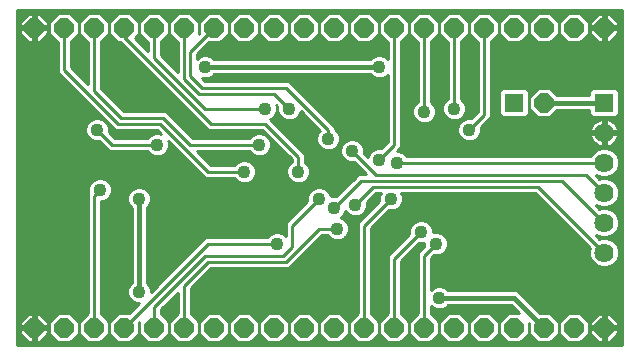
<source format=gbl>
G75*
G70*
%OFA0B0*%
%FSLAX24Y24*%
%IPPOS*%
%LPD*%
%AMOC8*
5,1,8,0,0,1.08239X$1,22.5*
%
%ADD10OC8,0.0640*%
%ADD11R,0.0640X0.0640*%
%ADD12C,0.0640*%
%ADD13C,0.0100*%
%ADD14C,0.0436*%
%ADD15C,0.0160*%
D10*
X001181Y001968D03*
X002181Y001968D03*
X003181Y001968D03*
X004181Y001968D03*
X005181Y001968D03*
X006181Y001968D03*
X007181Y001968D03*
X008181Y001968D03*
X009181Y001968D03*
X010181Y001968D03*
X011181Y001968D03*
X012181Y001968D03*
X013181Y001968D03*
X014181Y001968D03*
X015181Y001968D03*
X016181Y001968D03*
X017181Y001968D03*
X018181Y001968D03*
X019181Y001968D03*
X020181Y001968D03*
X018181Y009468D03*
X018181Y011968D03*
X019181Y011968D03*
X020181Y011968D03*
X017181Y011968D03*
X016181Y011968D03*
X015181Y011968D03*
X014181Y011968D03*
X013181Y011968D03*
X012181Y011968D03*
X011181Y011968D03*
X010181Y011968D03*
X009181Y011968D03*
X008181Y011968D03*
X007181Y011968D03*
X006181Y011968D03*
X005181Y011968D03*
X004181Y011968D03*
X003181Y011968D03*
X002181Y011968D03*
X001181Y011968D03*
D11*
X017181Y009468D03*
X020181Y009468D03*
D12*
X020181Y008468D03*
X020181Y007468D03*
X020181Y006468D03*
X020181Y005468D03*
X020181Y004468D03*
D13*
X000601Y001388D02*
X000601Y012548D01*
X020761Y012548D01*
X020761Y001388D01*
X000601Y001388D01*
X000601Y001460D02*
X020761Y001460D01*
X020761Y001559D02*
X020437Y001559D01*
X020376Y001498D02*
X020651Y001773D01*
X020651Y001918D01*
X020232Y001918D01*
X020232Y002017D01*
X020651Y002017D01*
X020651Y002162D01*
X020376Y002438D01*
X020231Y002437D01*
X020231Y002018D01*
X020131Y002018D01*
X020131Y002438D01*
X019987Y002438D01*
X019711Y002162D01*
X019711Y002017D01*
X020131Y002017D01*
X020131Y001918D01*
X019711Y001918D01*
X019711Y001773D01*
X019987Y001498D01*
X020131Y001498D01*
X020131Y001917D01*
X020231Y001917D01*
X020231Y001498D01*
X020376Y001498D01*
X020231Y001559D02*
X020131Y001559D01*
X020131Y001657D02*
X020231Y001657D01*
X020231Y001756D02*
X020131Y001756D01*
X020131Y001854D02*
X020231Y001854D01*
X020232Y001953D02*
X020761Y001953D01*
X020761Y001854D02*
X020651Y001854D01*
X020634Y001756D02*
X020761Y001756D01*
X020761Y001657D02*
X020536Y001657D01*
X020131Y001953D02*
X019671Y001953D01*
X019671Y001854D02*
X019711Y001854D01*
X019671Y001765D02*
X019384Y001478D01*
X018978Y001478D01*
X018691Y001765D01*
X018691Y002170D01*
X018978Y002458D01*
X019384Y002458D01*
X019671Y002170D01*
X019671Y001765D01*
X019663Y001756D02*
X019728Y001756D01*
X019827Y001657D02*
X019564Y001657D01*
X019466Y001559D02*
X019925Y001559D01*
X020131Y002052D02*
X020231Y002052D01*
X020231Y002150D02*
X020131Y002150D01*
X020131Y002249D02*
X020231Y002249D01*
X020231Y002347D02*
X020131Y002347D01*
X019896Y002347D02*
X019495Y002347D01*
X019593Y002249D02*
X019798Y002249D01*
X019711Y002150D02*
X019671Y002150D01*
X019671Y002052D02*
X019711Y002052D01*
X019396Y002446D02*
X020761Y002446D01*
X020761Y002544D02*
X017958Y002544D01*
X018045Y002458D02*
X017323Y003179D01*
X017231Y003218D01*
X017132Y003218D01*
X014980Y003218D01*
X014901Y003297D01*
X014759Y003356D01*
X014604Y003356D01*
X014462Y003297D01*
X014401Y003236D01*
X014401Y004276D01*
X014504Y004379D01*
X014659Y004379D01*
X014801Y004439D01*
X014910Y004548D01*
X014969Y004690D01*
X014969Y004845D01*
X014910Y004987D01*
X014801Y005097D01*
X014659Y005156D01*
X014504Y005156D01*
X014469Y005141D01*
X014469Y005245D01*
X014410Y005387D01*
X014301Y005497D01*
X014159Y005556D01*
X014004Y005556D01*
X013862Y005497D01*
X013752Y005387D01*
X013693Y005245D01*
X013693Y005091D01*
X013090Y004488D01*
X012961Y004359D01*
X012961Y002440D01*
X012691Y002170D01*
X012691Y001765D01*
X012978Y001478D01*
X013384Y001478D01*
X013671Y001765D01*
X013671Y002170D01*
X013401Y002440D01*
X013401Y004176D01*
X014004Y004779D01*
X014159Y004779D01*
X014193Y004794D01*
X014193Y004691D01*
X013961Y004459D01*
X013961Y004276D01*
X013961Y002440D01*
X013691Y002170D01*
X013691Y001765D01*
X013978Y001478D01*
X014384Y001478D01*
X014671Y001765D01*
X014671Y002170D01*
X014401Y002440D01*
X014401Y002699D01*
X014462Y002639D01*
X014604Y002579D01*
X014759Y002579D01*
X014901Y002639D01*
X014980Y002718D01*
X017078Y002718D01*
X017338Y002458D01*
X016978Y002458D01*
X016691Y002170D01*
X016691Y001765D01*
X016978Y001478D01*
X017384Y001478D01*
X017671Y001765D01*
X017671Y002124D01*
X017691Y002104D01*
X017691Y001765D01*
X017978Y001478D01*
X018384Y001478D01*
X018671Y001765D01*
X018671Y002170D01*
X018384Y002458D01*
X018045Y002458D01*
X017860Y002643D02*
X020761Y002643D01*
X020761Y002741D02*
X017761Y002741D01*
X017663Y002840D02*
X020761Y002840D01*
X020761Y002938D02*
X017564Y002938D01*
X017465Y003037D02*
X020761Y003037D01*
X020761Y003136D02*
X017367Y003136D01*
X017153Y002643D02*
X014906Y002643D01*
X014978Y002458D02*
X014691Y002170D01*
X014691Y001765D01*
X014978Y001478D01*
X015384Y001478D01*
X015671Y001765D01*
X015671Y002170D01*
X015384Y002458D01*
X014978Y002458D01*
X014967Y002446D02*
X014401Y002446D01*
X014401Y002544D02*
X017251Y002544D01*
X016967Y002446D02*
X016396Y002446D01*
X016384Y002458D02*
X015978Y002458D01*
X015691Y002170D01*
X015691Y001765D01*
X015978Y001478D01*
X016384Y001478D01*
X016671Y001765D01*
X016671Y002170D01*
X016384Y002458D01*
X016495Y002347D02*
X016868Y002347D01*
X016770Y002249D02*
X016593Y002249D01*
X016671Y002150D02*
X016691Y002150D01*
X016691Y002052D02*
X016671Y002052D01*
X016671Y001953D02*
X016691Y001953D01*
X016691Y001854D02*
X016671Y001854D01*
X016663Y001756D02*
X016700Y001756D01*
X016799Y001657D02*
X016564Y001657D01*
X016466Y001559D02*
X016897Y001559D01*
X017466Y001559D02*
X017897Y001559D01*
X017799Y001657D02*
X017564Y001657D01*
X017663Y001756D02*
X017700Y001756D01*
X017691Y001854D02*
X017671Y001854D01*
X017671Y001953D02*
X017691Y001953D01*
X017691Y002052D02*
X017671Y002052D01*
X018396Y002446D02*
X018967Y002446D01*
X018868Y002347D02*
X018495Y002347D01*
X018593Y002249D02*
X018770Y002249D01*
X018691Y002150D02*
X018671Y002150D01*
X018671Y002052D02*
X018691Y002052D01*
X018691Y001953D02*
X018671Y001953D01*
X018671Y001854D02*
X018691Y001854D01*
X018700Y001756D02*
X018663Y001756D01*
X018564Y001657D02*
X018799Y001657D01*
X018897Y001559D02*
X018466Y001559D01*
X020466Y002347D02*
X020761Y002347D01*
X020761Y002249D02*
X020565Y002249D01*
X020651Y002150D02*
X020761Y002150D01*
X020761Y002052D02*
X020651Y002052D01*
X020761Y003234D02*
X014964Y003234D01*
X014814Y003333D02*
X020761Y003333D01*
X020761Y003431D02*
X014401Y003431D01*
X014401Y003333D02*
X014549Y003333D01*
X014401Y003530D02*
X020761Y003530D01*
X020761Y003628D02*
X014401Y003628D01*
X014401Y003727D02*
X020761Y003727D01*
X020761Y003825D02*
X014401Y003825D01*
X014401Y003924D02*
X020761Y003924D01*
X020761Y004022D02*
X020387Y004022D01*
X020459Y004052D02*
X020597Y004190D01*
X020671Y004370D01*
X020671Y004565D01*
X020597Y004745D01*
X020459Y004883D01*
X020279Y004958D01*
X020084Y004958D01*
X020026Y004934D01*
X019911Y005049D01*
X020084Y004978D01*
X020279Y004978D01*
X020459Y005052D01*
X020597Y005190D01*
X020671Y005370D01*
X020671Y005565D01*
X020597Y005745D01*
X020459Y005883D01*
X020279Y005958D01*
X020084Y005958D01*
X020026Y005934D01*
X019911Y006049D01*
X020084Y005978D01*
X020279Y005978D01*
X020459Y006052D01*
X020597Y006190D01*
X020671Y006370D01*
X020671Y006565D01*
X020597Y006745D01*
X020459Y006883D01*
X020279Y006958D01*
X020084Y006958D01*
X020026Y006934D01*
X019911Y007049D01*
X020084Y006978D01*
X020279Y006978D01*
X020459Y007052D01*
X020597Y007190D01*
X020671Y007370D01*
X020671Y007565D01*
X020597Y007745D01*
X020459Y007883D01*
X020279Y007958D01*
X020084Y007958D01*
X019904Y007883D01*
X019766Y007745D01*
X019742Y007688D01*
X013610Y007688D01*
X013501Y007797D01*
X013359Y007856D01*
X013281Y007856D01*
X013401Y007976D01*
X013401Y008159D01*
X013401Y011495D01*
X013671Y011765D01*
X013671Y012170D01*
X013384Y012458D01*
X012978Y012458D01*
X012691Y012170D01*
X012691Y011765D01*
X012961Y011495D01*
X012961Y010936D01*
X012901Y010997D01*
X012759Y011056D01*
X012604Y011056D01*
X012462Y010997D01*
X012383Y010918D01*
X007180Y010918D01*
X007101Y010997D01*
X006959Y011056D01*
X006804Y011056D01*
X006662Y010997D01*
X006601Y010936D01*
X006601Y011076D01*
X007003Y011478D01*
X007384Y011478D01*
X007671Y011765D01*
X007671Y012170D01*
X007384Y012458D01*
X006978Y012458D01*
X006691Y012170D01*
X006691Y011789D01*
X006671Y011769D01*
X006671Y012170D01*
X006384Y012458D01*
X005978Y012458D01*
X005691Y012170D01*
X005691Y011765D01*
X005961Y011495D01*
X005961Y010499D01*
X005401Y011059D01*
X005401Y011495D01*
X005671Y011765D01*
X005671Y012170D01*
X005384Y012458D01*
X004978Y012458D01*
X004691Y012170D01*
X004691Y011765D01*
X004961Y011495D01*
X004961Y011199D01*
X004533Y011627D01*
X004671Y011765D01*
X004671Y012170D01*
X004384Y012458D01*
X003978Y012458D01*
X003691Y012170D01*
X003691Y011765D01*
X003978Y011478D01*
X004060Y011478D01*
X004090Y011448D01*
X006990Y008548D01*
X007173Y008548D01*
X008790Y008548D01*
X009761Y007576D01*
X009761Y007496D01*
X009652Y007387D01*
X009593Y007245D01*
X009593Y007090D01*
X009652Y006948D01*
X009762Y006839D01*
X009904Y006779D01*
X010059Y006779D01*
X010201Y006839D01*
X010310Y006948D01*
X010369Y007090D01*
X010369Y007245D01*
X010310Y007387D01*
X010201Y007496D01*
X010201Y007759D01*
X010073Y007888D01*
X009101Y008859D01*
X009045Y008915D01*
X009101Y008939D01*
X009210Y009048D01*
X009269Y009190D01*
X009269Y009345D01*
X009253Y009385D01*
X009293Y009345D01*
X009293Y009190D01*
X009352Y009048D01*
X009211Y009048D01*
X009251Y009147D02*
X009311Y009147D01*
X009293Y009245D02*
X009269Y009245D01*
X009269Y009344D02*
X009293Y009344D01*
X009681Y009268D02*
X009181Y009768D01*
X006681Y009768D01*
X006181Y010268D01*
X006181Y011968D01*
X005821Y012300D02*
X005542Y012300D01*
X005640Y012201D02*
X005722Y012201D01*
X005691Y012103D02*
X005671Y012103D01*
X005671Y012004D02*
X005691Y012004D01*
X005691Y011906D02*
X005671Y011906D01*
X005671Y011807D02*
X005691Y011807D01*
X005747Y011709D02*
X005616Y011709D01*
X005517Y011610D02*
X005846Y011610D01*
X005944Y011512D02*
X005418Y011512D01*
X005401Y011413D02*
X005961Y011413D01*
X005961Y011315D02*
X005401Y011315D01*
X005401Y011216D02*
X005961Y011216D01*
X005961Y011118D02*
X005401Y011118D01*
X005441Y011019D02*
X005961Y011019D01*
X005961Y010920D02*
X005540Y010920D01*
X005638Y010822D02*
X005961Y010822D01*
X005961Y010723D02*
X005737Y010723D01*
X005835Y010625D02*
X005961Y010625D01*
X005961Y010526D02*
X005934Y010526D01*
X006381Y010368D02*
X006381Y011168D01*
X007181Y011968D01*
X006821Y012300D02*
X006542Y012300D01*
X006640Y012201D02*
X006722Y012201D01*
X006691Y012103D02*
X006671Y012103D01*
X006671Y012004D02*
X006691Y012004D01*
X006691Y011906D02*
X006671Y011906D01*
X006671Y011807D02*
X006691Y011807D01*
X006938Y011413D02*
X012961Y011413D01*
X012961Y011315D02*
X006840Y011315D01*
X006741Y011216D02*
X012961Y011216D01*
X012961Y011118D02*
X006642Y011118D01*
X006601Y011019D02*
X006716Y011019D01*
X007047Y011019D02*
X012516Y011019D01*
X012385Y010920D02*
X007177Y010920D01*
X007180Y010418D02*
X012383Y010418D01*
X012462Y010339D01*
X012604Y010279D01*
X012759Y010279D01*
X012901Y010339D01*
X012961Y010399D01*
X012961Y008159D01*
X012758Y007956D01*
X012604Y007956D01*
X012462Y007897D01*
X012352Y007787D01*
X012300Y007660D01*
X012169Y007791D01*
X012169Y007945D01*
X012110Y008087D01*
X012001Y008197D01*
X011859Y008256D01*
X011704Y008256D01*
X011562Y008197D01*
X011452Y008087D01*
X011393Y007945D01*
X011393Y007790D01*
X011452Y007648D01*
X011562Y007539D01*
X011704Y007479D01*
X011858Y007479D01*
X012250Y007088D01*
X011990Y007088D01*
X011861Y006959D01*
X011258Y006356D01*
X011104Y006356D01*
X011069Y006341D01*
X011069Y006345D01*
X011010Y006487D01*
X010901Y006597D01*
X010759Y006656D01*
X010604Y006656D01*
X010462Y006597D01*
X010352Y006487D01*
X010293Y006345D01*
X010293Y006191D01*
X009690Y005588D01*
X009561Y005459D01*
X009561Y005036D01*
X009501Y005097D01*
X009359Y005156D01*
X009204Y005156D01*
X009062Y005097D01*
X008953Y004988D01*
X007073Y004988D01*
X006890Y004988D01*
X005069Y003167D01*
X005069Y003245D01*
X005010Y003387D01*
X004931Y003466D01*
X004931Y005969D01*
X005010Y006048D01*
X005069Y006190D01*
X005069Y006345D01*
X005010Y006487D01*
X004901Y006597D01*
X004759Y006656D01*
X004604Y006656D01*
X004462Y006597D01*
X004352Y006487D01*
X004293Y006345D01*
X004293Y006190D01*
X004352Y006048D01*
X004431Y005969D01*
X004431Y003466D01*
X004352Y003387D01*
X004293Y003245D01*
X004293Y003090D01*
X004352Y002948D01*
X004462Y002839D01*
X004604Y002779D01*
X004682Y002779D01*
X004360Y002458D01*
X003978Y002458D01*
X003691Y002170D01*
X003691Y001765D01*
X003978Y001478D01*
X004384Y001478D01*
X004671Y001765D01*
X004671Y002146D01*
X004691Y002166D01*
X004691Y001765D01*
X004978Y001478D01*
X005384Y001478D01*
X005671Y001765D01*
X005671Y002170D01*
X005401Y002440D01*
X005401Y002576D01*
X005961Y003136D01*
X005960Y003136D01*
X005961Y003136D02*
X005961Y002440D01*
X005691Y002170D01*
X005691Y001765D01*
X005978Y001478D01*
X006384Y001478D01*
X006671Y001765D01*
X006671Y002170D01*
X006401Y002440D01*
X006401Y003276D01*
X007073Y003948D01*
X009673Y003948D01*
X009801Y004076D01*
X010773Y005048D01*
X010953Y005048D01*
X011062Y004939D01*
X011204Y004879D01*
X011359Y004879D01*
X011501Y004939D01*
X011610Y005048D01*
X011669Y005190D01*
X011669Y005345D01*
X011610Y005487D01*
X011501Y005597D01*
X011401Y005638D01*
X011401Y005639D01*
X011510Y005748D01*
X011552Y005848D01*
X011552Y005848D01*
X011662Y005739D01*
X011804Y005679D01*
X011959Y005679D01*
X012101Y005739D01*
X012210Y005848D01*
X012269Y005990D01*
X012269Y006145D01*
X012573Y006448D01*
X012736Y006448D01*
X012693Y006345D01*
X012693Y006191D01*
X012090Y005588D01*
X011961Y005459D01*
X011961Y002440D01*
X011691Y002170D01*
X011691Y001765D01*
X011978Y001478D01*
X012384Y001478D01*
X012671Y001765D01*
X012671Y002170D01*
X012401Y002440D01*
X012401Y005276D01*
X013004Y005879D01*
X013159Y005879D01*
X013301Y005939D01*
X013410Y006048D01*
X013469Y006190D01*
X013469Y006345D01*
X013427Y006448D01*
X017890Y006448D01*
X019715Y004623D01*
X019691Y004565D01*
X019691Y004370D01*
X019766Y004190D01*
X019904Y004052D01*
X020084Y003978D01*
X020279Y003978D01*
X020459Y004052D01*
X020528Y004121D02*
X020761Y004121D01*
X020761Y004219D02*
X020609Y004219D01*
X020650Y004318D02*
X020761Y004318D01*
X020761Y004417D02*
X020671Y004417D01*
X020671Y004515D02*
X020761Y004515D01*
X020761Y004614D02*
X020651Y004614D01*
X020610Y004712D02*
X020761Y004712D01*
X020761Y004811D02*
X020531Y004811D01*
X020395Y004909D02*
X020761Y004909D01*
X020761Y005008D02*
X020352Y005008D01*
X020513Y005106D02*
X020761Y005106D01*
X020761Y005205D02*
X020603Y005205D01*
X020644Y005303D02*
X020761Y005303D01*
X020761Y005402D02*
X020671Y005402D01*
X020671Y005501D02*
X020761Y005501D01*
X020761Y005599D02*
X020657Y005599D01*
X020616Y005698D02*
X020761Y005698D01*
X020761Y005796D02*
X020546Y005796D01*
X020430Y005895D02*
X020761Y005895D01*
X020761Y005993D02*
X020317Y005993D01*
X020499Y006092D02*
X020761Y006092D01*
X020761Y006190D02*
X020597Y006190D01*
X020638Y006289D02*
X020761Y006289D01*
X020761Y006387D02*
X020671Y006387D01*
X020671Y006486D02*
X020761Y006486D01*
X020761Y006585D02*
X020663Y006585D01*
X020622Y006683D02*
X020761Y006683D01*
X020761Y006782D02*
X020560Y006782D01*
X020462Y006880D02*
X020761Y006880D01*
X020761Y006979D02*
X020282Y006979D01*
X020081Y006979D02*
X019981Y006979D01*
X019581Y007068D02*
X020181Y006468D01*
X020046Y005993D02*
X019967Y005993D01*
X020181Y005468D02*
X018781Y006868D01*
X012081Y006868D01*
X011181Y005968D01*
X011530Y005796D02*
X011604Y005796D01*
X011460Y005698D02*
X011760Y005698D01*
X012003Y005698D02*
X012200Y005698D01*
X012159Y005796D02*
X012299Y005796D01*
X012230Y005895D02*
X012397Y005895D01*
X012496Y005993D02*
X012269Y005993D01*
X012269Y006092D02*
X012595Y006092D01*
X012693Y006190D02*
X012315Y006190D01*
X012414Y006289D02*
X012693Y006289D01*
X012711Y006387D02*
X012512Y006387D01*
X012481Y006668D02*
X011881Y006068D01*
X011389Y006486D02*
X011011Y006486D01*
X011052Y006387D02*
X011290Y006387D01*
X011487Y006585D02*
X010913Y006585D01*
X010681Y006268D02*
X009781Y005368D01*
X009781Y004668D01*
X009481Y004368D01*
X006881Y004368D01*
X005181Y002668D01*
X005181Y001968D01*
X005671Y001953D02*
X005691Y001953D01*
X005691Y001854D02*
X005671Y001854D01*
X005663Y001756D02*
X005700Y001756D01*
X005799Y001657D02*
X005564Y001657D01*
X005466Y001559D02*
X005897Y001559D01*
X006181Y001968D02*
X006181Y003368D01*
X006981Y004168D01*
X009581Y004168D01*
X010681Y005268D01*
X011281Y005268D01*
X010992Y005008D02*
X010733Y005008D01*
X010634Y004909D02*
X011132Y004909D01*
X011431Y004909D02*
X011961Y004909D01*
X011961Y004811D02*
X010536Y004811D01*
X010437Y004712D02*
X011961Y004712D01*
X011961Y004614D02*
X010339Y004614D01*
X010240Y004515D02*
X011961Y004515D01*
X011961Y004417D02*
X010142Y004417D01*
X010043Y004318D02*
X011961Y004318D01*
X011961Y004219D02*
X009944Y004219D01*
X009846Y004121D02*
X011961Y004121D01*
X011961Y004022D02*
X009747Y004022D01*
X009281Y004768D02*
X006981Y004768D01*
X004181Y001968D01*
X003691Y001953D02*
X003671Y001953D01*
X003671Y001854D02*
X003691Y001854D01*
X003671Y001765D02*
X003384Y001478D01*
X002978Y001478D01*
X002691Y001765D01*
X002691Y002170D01*
X002961Y002440D01*
X002961Y006459D01*
X002993Y006491D01*
X002993Y006645D01*
X003052Y006787D01*
X003162Y006897D01*
X003304Y006956D01*
X003459Y006956D01*
X003601Y006897D01*
X003710Y006787D01*
X003769Y006645D01*
X003769Y006490D01*
X003710Y006348D01*
X003601Y006239D01*
X003459Y006179D01*
X003401Y006179D01*
X003401Y002440D01*
X003671Y002170D01*
X003671Y001765D01*
X003663Y001756D02*
X003700Y001756D01*
X003799Y001657D02*
X003564Y001657D01*
X003466Y001559D02*
X003897Y001559D01*
X004466Y001559D02*
X004897Y001559D01*
X004799Y001657D02*
X004564Y001657D01*
X004663Y001756D02*
X004700Y001756D01*
X004691Y001854D02*
X004671Y001854D01*
X004671Y001953D02*
X004691Y001953D01*
X004691Y002052D02*
X004671Y002052D01*
X004675Y002150D02*
X004691Y002150D01*
X004447Y002544D02*
X003401Y002544D01*
X003401Y002446D02*
X003967Y002446D01*
X003868Y002347D02*
X003495Y002347D01*
X003593Y002249D02*
X003770Y002249D01*
X003691Y002150D02*
X003671Y002150D01*
X003671Y002052D02*
X003691Y002052D01*
X003181Y001968D02*
X003181Y006368D01*
X003381Y006568D01*
X002993Y006585D02*
X000601Y006585D01*
X000601Y006683D02*
X003009Y006683D01*
X003050Y006782D02*
X000601Y006782D01*
X000601Y006880D02*
X003145Y006880D01*
X003618Y006880D02*
X007920Y006880D01*
X007962Y006839D02*
X008104Y006779D01*
X008259Y006779D01*
X008401Y006839D01*
X008510Y006948D01*
X008569Y007090D01*
X008569Y007245D01*
X008510Y007387D01*
X008401Y007497D01*
X008259Y007556D01*
X008104Y007556D01*
X007962Y007497D01*
X007853Y007388D01*
X007073Y007388D01*
X006612Y007848D01*
X008353Y007848D01*
X008462Y007739D01*
X008604Y007679D01*
X008759Y007679D01*
X008901Y007739D01*
X009010Y007848D01*
X009069Y007990D01*
X009069Y008145D01*
X009010Y008287D01*
X008901Y008397D01*
X008759Y008456D01*
X008604Y008456D01*
X008462Y008397D01*
X008353Y008288D01*
X006473Y008288D01*
X005701Y009059D01*
X005573Y009188D01*
X004173Y009188D01*
X003401Y009959D01*
X003401Y011495D01*
X003671Y011765D01*
X003671Y012170D01*
X003384Y012458D01*
X002978Y012458D01*
X002691Y012170D01*
X002691Y011765D01*
X002961Y011495D01*
X002961Y010099D01*
X002401Y010659D01*
X002401Y011495D01*
X002671Y011765D01*
X002671Y012170D01*
X002384Y012458D01*
X001978Y012458D01*
X001691Y012170D01*
X001691Y011765D01*
X001961Y011495D01*
X001961Y010476D01*
X002090Y010348D01*
X003890Y008548D01*
X004073Y008548D01*
X005290Y008548D01*
X005399Y008439D01*
X005359Y008456D01*
X005204Y008456D01*
X005062Y008397D01*
X004953Y008288D01*
X003873Y008288D01*
X003669Y008491D01*
X003669Y008645D01*
X003610Y008787D01*
X003501Y008897D01*
X003359Y008956D01*
X003204Y008956D01*
X003062Y008897D01*
X002952Y008787D01*
X002893Y008645D01*
X002893Y008490D01*
X002952Y008348D01*
X003062Y008239D01*
X003204Y008179D01*
X003358Y008179D01*
X003690Y007848D01*
X003873Y007848D01*
X004953Y007848D01*
X005062Y007739D01*
X005204Y007679D01*
X005359Y007679D01*
X005501Y007739D01*
X005610Y007848D01*
X005669Y007990D01*
X005669Y008145D01*
X005653Y008185D01*
X006890Y006948D01*
X007073Y006948D01*
X007853Y006948D01*
X007962Y006839D01*
X008099Y006782D02*
X003713Y006782D01*
X003754Y006683D02*
X011586Y006683D01*
X011684Y006782D02*
X010064Y006782D01*
X009899Y006782D02*
X008264Y006782D01*
X008443Y006880D02*
X009720Y006880D01*
X009640Y006979D02*
X008523Y006979D01*
X008564Y007077D02*
X009599Y007077D01*
X009593Y007176D02*
X008569Y007176D01*
X008557Y007274D02*
X009606Y007274D01*
X009646Y007373D02*
X008516Y007373D01*
X008426Y007471D02*
X009736Y007471D01*
X009761Y007570D02*
X006890Y007570D01*
X006792Y007669D02*
X009669Y007669D01*
X009571Y007767D02*
X008930Y007767D01*
X009018Y007866D02*
X009472Y007866D01*
X009374Y007964D02*
X009059Y007964D01*
X009069Y008063D02*
X009275Y008063D01*
X009177Y008161D02*
X009063Y008161D01*
X009078Y008260D02*
X009022Y008260D01*
X008980Y008358D02*
X008939Y008358D01*
X008881Y008457D02*
X006303Y008457D01*
X006205Y008555D02*
X006982Y008555D01*
X006884Y008654D02*
X006106Y008654D01*
X006008Y008752D02*
X006785Y008752D01*
X006687Y008851D02*
X005909Y008851D01*
X005810Y008950D02*
X006588Y008950D01*
X006490Y009048D02*
X005712Y009048D01*
X005613Y009147D02*
X006391Y009147D01*
X006293Y009245D02*
X004115Y009245D01*
X004016Y009344D02*
X006194Y009344D01*
X006096Y009442D02*
X003918Y009442D01*
X003819Y009541D02*
X005997Y009541D01*
X005898Y009639D02*
X003721Y009639D01*
X003622Y009738D02*
X005800Y009738D01*
X005701Y009836D02*
X003524Y009836D01*
X003425Y009935D02*
X005603Y009935D01*
X005504Y010034D02*
X003401Y010034D01*
X003401Y010132D02*
X005406Y010132D01*
X005307Y010231D02*
X003401Y010231D01*
X003401Y010329D02*
X005209Y010329D01*
X005110Y010428D02*
X003401Y010428D01*
X003401Y010526D02*
X005012Y010526D01*
X004913Y010625D02*
X003401Y010625D01*
X003401Y010723D02*
X004814Y010723D01*
X004716Y010822D02*
X003401Y010822D01*
X003401Y010920D02*
X004617Y010920D01*
X004519Y011019D02*
X003401Y011019D01*
X003401Y011118D02*
X004420Y011118D01*
X004322Y011216D02*
X003401Y011216D01*
X003401Y011315D02*
X004223Y011315D01*
X004125Y011413D02*
X003401Y011413D01*
X003418Y011512D02*
X003944Y011512D01*
X003846Y011610D02*
X003517Y011610D01*
X003616Y011709D02*
X003747Y011709D01*
X003691Y011807D02*
X003671Y011807D01*
X003671Y011906D02*
X003691Y011906D01*
X003691Y012004D02*
X003671Y012004D01*
X003671Y012103D02*
X003691Y012103D01*
X003722Y012201D02*
X003640Y012201D01*
X003542Y012300D02*
X003821Y012300D01*
X003920Y012399D02*
X003443Y012399D01*
X003181Y011968D02*
X003181Y009868D01*
X004081Y008968D01*
X005481Y008968D01*
X006381Y008068D01*
X008681Y008068D01*
X008423Y008358D02*
X006402Y008358D01*
X005775Y008063D02*
X005669Y008063D01*
X005663Y008161D02*
X005677Y008161D01*
X005659Y007964D02*
X005874Y007964D01*
X005972Y007866D02*
X005618Y007866D01*
X005530Y007767D02*
X006071Y007767D01*
X006169Y007669D02*
X000601Y007669D01*
X000601Y007767D02*
X005033Y007767D01*
X005281Y008068D02*
X003781Y008068D01*
X003281Y008568D01*
X003625Y008752D02*
X003685Y008752D01*
X003666Y008654D02*
X003784Y008654D01*
X003882Y008555D02*
X003669Y008555D01*
X003703Y008457D02*
X005381Y008457D01*
X005381Y008768D02*
X003981Y008768D01*
X002181Y010568D01*
X002181Y011968D01*
X001821Y012300D02*
X001514Y012300D01*
X001612Y012201D02*
X001722Y012201D01*
X001651Y012162D02*
X001651Y012017D01*
X001232Y012017D01*
X001232Y011918D01*
X001651Y011918D01*
X001651Y011773D01*
X001376Y011498D01*
X001231Y011498D01*
X001231Y011917D01*
X001131Y011917D01*
X001131Y011498D01*
X000987Y011498D01*
X000711Y011773D01*
X000711Y011918D01*
X001131Y011918D01*
X001131Y012017D01*
X000711Y012017D01*
X000711Y012162D01*
X000987Y012438D01*
X001131Y012438D01*
X001131Y012018D01*
X001231Y012018D01*
X001231Y012438D01*
X001376Y012438D01*
X001651Y012162D01*
X001651Y012103D02*
X001691Y012103D01*
X001691Y012004D02*
X001232Y012004D01*
X001231Y011906D02*
X001131Y011906D01*
X001131Y012004D02*
X000601Y012004D01*
X000601Y011906D02*
X000711Y011906D01*
X000711Y011807D02*
X000601Y011807D01*
X000601Y011709D02*
X000776Y011709D01*
X000874Y011610D02*
X000601Y011610D01*
X000601Y011512D02*
X000973Y011512D01*
X001131Y011512D02*
X001231Y011512D01*
X001231Y011610D02*
X001131Y011610D01*
X001131Y011709D02*
X001231Y011709D01*
X001231Y011807D02*
X001131Y011807D01*
X001489Y011610D02*
X001846Y011610D01*
X001944Y011512D02*
X001390Y011512D01*
X001587Y011709D02*
X001747Y011709D01*
X001691Y011807D02*
X001651Y011807D01*
X001651Y011906D02*
X001691Y011906D01*
X001231Y012103D02*
X001131Y012103D01*
X001131Y012201D02*
X001231Y012201D01*
X001231Y012300D02*
X001131Y012300D01*
X001131Y012399D02*
X001231Y012399D01*
X001415Y012399D02*
X001920Y012399D01*
X002443Y012399D02*
X002920Y012399D01*
X002821Y012300D02*
X002542Y012300D01*
X002640Y012201D02*
X002722Y012201D01*
X002691Y012103D02*
X002671Y012103D01*
X002671Y012004D02*
X002691Y012004D01*
X002691Y011906D02*
X002671Y011906D01*
X002671Y011807D02*
X002691Y011807D01*
X002747Y011709D02*
X002616Y011709D01*
X002517Y011610D02*
X002846Y011610D01*
X002944Y011512D02*
X002418Y011512D01*
X002401Y011413D02*
X002961Y011413D01*
X002961Y011315D02*
X002401Y011315D01*
X002401Y011216D02*
X002961Y011216D01*
X002961Y011118D02*
X002401Y011118D01*
X002401Y011019D02*
X002961Y011019D01*
X002961Y010920D02*
X002401Y010920D01*
X002401Y010822D02*
X002961Y010822D01*
X002961Y010723D02*
X002401Y010723D01*
X002435Y010625D02*
X002961Y010625D01*
X002961Y010526D02*
X002534Y010526D01*
X002632Y010428D02*
X002961Y010428D01*
X002961Y010329D02*
X002731Y010329D01*
X002829Y010231D02*
X002961Y010231D01*
X002961Y010132D02*
X002928Y010132D01*
X002503Y009935D02*
X000601Y009935D01*
X000601Y009836D02*
X002601Y009836D01*
X002700Y009738D02*
X000601Y009738D01*
X000601Y009639D02*
X002798Y009639D01*
X002897Y009541D02*
X000601Y009541D01*
X000601Y009442D02*
X002996Y009442D01*
X003094Y009344D02*
X000601Y009344D01*
X000601Y009245D02*
X003193Y009245D01*
X003291Y009147D02*
X000601Y009147D01*
X000601Y009048D02*
X003390Y009048D01*
X003373Y008950D02*
X003488Y008950D01*
X003547Y008851D02*
X003587Y008851D01*
X003190Y008950D02*
X000601Y008950D01*
X000601Y008851D02*
X003016Y008851D01*
X002938Y008752D02*
X000601Y008752D01*
X000601Y008654D02*
X002897Y008654D01*
X002893Y008555D02*
X000601Y008555D01*
X000601Y008457D02*
X002907Y008457D01*
X002948Y008358D02*
X000601Y008358D01*
X000601Y008260D02*
X003040Y008260D01*
X003377Y008161D02*
X000601Y008161D01*
X000601Y008063D02*
X003475Y008063D01*
X003574Y007964D02*
X000601Y007964D01*
X000601Y007866D02*
X003672Y007866D01*
X003802Y008358D02*
X005023Y008358D01*
X005381Y008768D02*
X006981Y007168D01*
X008181Y007168D01*
X007936Y007471D02*
X006989Y007471D01*
X006662Y007176D02*
X000601Y007176D01*
X000601Y007274D02*
X006564Y007274D01*
X006465Y007373D02*
X000601Y007373D01*
X000601Y007471D02*
X006366Y007471D01*
X006268Y007570D02*
X000601Y007570D01*
X000601Y007077D02*
X006761Y007077D01*
X006859Y006979D02*
X000601Y006979D01*
X000601Y006486D02*
X002989Y006486D01*
X002961Y006387D02*
X000601Y006387D01*
X000601Y006289D02*
X002961Y006289D01*
X002961Y006190D02*
X000601Y006190D01*
X000601Y006092D02*
X002961Y006092D01*
X002961Y005993D02*
X000601Y005993D01*
X000601Y005895D02*
X002961Y005895D01*
X002961Y005796D02*
X000601Y005796D01*
X000601Y005698D02*
X002961Y005698D01*
X002961Y005599D02*
X000601Y005599D01*
X000601Y005501D02*
X002961Y005501D01*
X002961Y005402D02*
X000601Y005402D01*
X000601Y005303D02*
X002961Y005303D01*
X002961Y005205D02*
X000601Y005205D01*
X000601Y005106D02*
X002961Y005106D01*
X002961Y005008D02*
X000601Y005008D01*
X000601Y004909D02*
X002961Y004909D01*
X002961Y004811D02*
X000601Y004811D01*
X000601Y004712D02*
X002961Y004712D01*
X002961Y004614D02*
X000601Y004614D01*
X000601Y004515D02*
X002961Y004515D01*
X002961Y004417D02*
X000601Y004417D01*
X000601Y004318D02*
X002961Y004318D01*
X002961Y004219D02*
X000601Y004219D01*
X000601Y004121D02*
X002961Y004121D01*
X002961Y004022D02*
X000601Y004022D01*
X000601Y003924D02*
X002961Y003924D01*
X002961Y003825D02*
X000601Y003825D01*
X000601Y003727D02*
X002961Y003727D01*
X002961Y003628D02*
X000601Y003628D01*
X000601Y003530D02*
X002961Y003530D01*
X002961Y003431D02*
X000601Y003431D01*
X000601Y003333D02*
X002961Y003333D01*
X002961Y003234D02*
X000601Y003234D01*
X000601Y003136D02*
X002961Y003136D01*
X002961Y003037D02*
X000601Y003037D01*
X000601Y002938D02*
X002961Y002938D01*
X002961Y002840D02*
X000601Y002840D01*
X000601Y002741D02*
X002961Y002741D01*
X002961Y002643D02*
X000601Y002643D01*
X000601Y002544D02*
X002961Y002544D01*
X002961Y002446D02*
X002396Y002446D01*
X002384Y002458D02*
X001978Y002458D01*
X001691Y002170D01*
X001691Y001765D01*
X001978Y001478D01*
X002384Y001478D01*
X002671Y001765D01*
X002671Y002170D01*
X002384Y002458D01*
X002495Y002347D02*
X002868Y002347D01*
X002770Y002249D02*
X002593Y002249D01*
X002671Y002150D02*
X002691Y002150D01*
X002691Y002052D02*
X002671Y002052D01*
X002671Y001953D02*
X002691Y001953D01*
X002691Y001854D02*
X002671Y001854D01*
X002663Y001756D02*
X002700Y001756D01*
X002799Y001657D02*
X002564Y001657D01*
X002466Y001559D02*
X002897Y001559D01*
X001897Y001559D02*
X001437Y001559D01*
X001376Y001498D02*
X001651Y001773D01*
X001651Y001918D01*
X001232Y001918D01*
X001232Y002017D01*
X001651Y002017D01*
X001651Y002162D01*
X001376Y002438D01*
X001231Y002437D01*
X001231Y002018D01*
X001131Y002018D01*
X001131Y002438D01*
X000987Y002438D01*
X000711Y002162D01*
X000711Y002017D01*
X001131Y002017D01*
X001131Y001918D01*
X000711Y001918D01*
X000711Y001773D01*
X000987Y001498D01*
X001131Y001498D01*
X001131Y001917D01*
X001231Y001917D01*
X001231Y001498D01*
X001376Y001498D01*
X001231Y001559D02*
X001131Y001559D01*
X001131Y001657D02*
X001231Y001657D01*
X001231Y001756D02*
X001131Y001756D01*
X001131Y001854D02*
X001231Y001854D01*
X001232Y001953D02*
X001691Y001953D01*
X001691Y001854D02*
X001651Y001854D01*
X001634Y001756D02*
X001700Y001756D01*
X001799Y001657D02*
X001536Y001657D01*
X001131Y001953D02*
X000601Y001953D01*
X000601Y001854D02*
X000711Y001854D01*
X000728Y001756D02*
X000601Y001756D01*
X000601Y001657D02*
X000827Y001657D01*
X000925Y001559D02*
X000601Y001559D01*
X000601Y002052D02*
X000711Y002052D01*
X000711Y002150D02*
X000601Y002150D01*
X000601Y002249D02*
X000798Y002249D01*
X000896Y002347D02*
X000601Y002347D01*
X000601Y002446D02*
X001967Y002446D01*
X001868Y002347D02*
X001466Y002347D01*
X001565Y002249D02*
X001770Y002249D01*
X001691Y002150D02*
X001651Y002150D01*
X001651Y002052D02*
X001691Y002052D01*
X001231Y002052D02*
X001131Y002052D01*
X001131Y002150D02*
X001231Y002150D01*
X001231Y002249D02*
X001131Y002249D01*
X001131Y002347D02*
X001231Y002347D01*
X003401Y002643D02*
X004546Y002643D01*
X004644Y002741D02*
X003401Y002741D01*
X003401Y002840D02*
X004460Y002840D01*
X004362Y002938D02*
X003401Y002938D01*
X003401Y003037D02*
X004315Y003037D01*
X004293Y003136D02*
X003401Y003136D01*
X003401Y003234D02*
X004293Y003234D01*
X004330Y003333D02*
X003401Y003333D01*
X003401Y003431D02*
X004396Y003431D01*
X004431Y003530D02*
X003401Y003530D01*
X003401Y003628D02*
X004431Y003628D01*
X004431Y003727D02*
X003401Y003727D01*
X003401Y003825D02*
X004431Y003825D01*
X004431Y003924D02*
X003401Y003924D01*
X003401Y004022D02*
X004431Y004022D01*
X004431Y004121D02*
X003401Y004121D01*
X003401Y004219D02*
X004431Y004219D01*
X004431Y004318D02*
X003401Y004318D01*
X003401Y004417D02*
X004431Y004417D01*
X004431Y004515D02*
X003401Y004515D01*
X003401Y004614D02*
X004431Y004614D01*
X004431Y004712D02*
X003401Y004712D01*
X003401Y004811D02*
X004431Y004811D01*
X004431Y004909D02*
X003401Y004909D01*
X003401Y005008D02*
X004431Y005008D01*
X004431Y005106D02*
X003401Y005106D01*
X003401Y005205D02*
X004431Y005205D01*
X004431Y005303D02*
X003401Y005303D01*
X003401Y005402D02*
X004431Y005402D01*
X004431Y005501D02*
X003401Y005501D01*
X003401Y005599D02*
X004431Y005599D01*
X004431Y005698D02*
X003401Y005698D01*
X003401Y005796D02*
X004431Y005796D01*
X004431Y005895D02*
X003401Y005895D01*
X003401Y005993D02*
X004407Y005993D01*
X004334Y006092D02*
X003401Y006092D01*
X003485Y006190D02*
X004293Y006190D01*
X004293Y006289D02*
X003652Y006289D01*
X003727Y006387D02*
X004311Y006387D01*
X004352Y006486D02*
X003768Y006486D01*
X003769Y006585D02*
X004450Y006585D01*
X004913Y006585D02*
X010450Y006585D01*
X010352Y006486D02*
X005011Y006486D01*
X005052Y006387D02*
X010311Y006387D01*
X010293Y006289D02*
X005069Y006289D01*
X005069Y006190D02*
X010293Y006190D01*
X010195Y006092D02*
X005029Y006092D01*
X004956Y005993D02*
X010096Y005993D01*
X009997Y005895D02*
X004931Y005895D01*
X004931Y005796D02*
X009899Y005796D01*
X009800Y005698D02*
X004931Y005698D01*
X004931Y005599D02*
X009702Y005599D01*
X009603Y005501D02*
X004931Y005501D01*
X004931Y005402D02*
X009561Y005402D01*
X009561Y005303D02*
X004931Y005303D01*
X004931Y005205D02*
X009561Y005205D01*
X009561Y005106D02*
X009478Y005106D01*
X009085Y005106D02*
X004931Y005106D01*
X004931Y005008D02*
X008973Y005008D01*
X007049Y003924D02*
X011961Y003924D01*
X011961Y003825D02*
X006950Y003825D01*
X006852Y003727D02*
X011961Y003727D01*
X011961Y003628D02*
X006753Y003628D01*
X006655Y003530D02*
X011961Y003530D01*
X011961Y003431D02*
X006556Y003431D01*
X006458Y003333D02*
X011961Y003333D01*
X011961Y003234D02*
X006401Y003234D01*
X006401Y003136D02*
X011961Y003136D01*
X011961Y003037D02*
X006401Y003037D01*
X006401Y002938D02*
X011961Y002938D01*
X011961Y002840D02*
X006401Y002840D01*
X006401Y002741D02*
X011961Y002741D01*
X011961Y002643D02*
X006401Y002643D01*
X006401Y002544D02*
X011961Y002544D01*
X011961Y002446D02*
X011396Y002446D01*
X011384Y002458D02*
X010978Y002458D01*
X010691Y002170D01*
X010691Y001765D01*
X010978Y001478D01*
X011384Y001478D01*
X011671Y001765D01*
X011671Y002170D01*
X011384Y002458D01*
X011495Y002347D02*
X011868Y002347D01*
X011770Y002249D02*
X011593Y002249D01*
X011671Y002150D02*
X011691Y002150D01*
X011691Y002052D02*
X011671Y002052D01*
X011671Y001953D02*
X011691Y001953D01*
X011691Y001854D02*
X011671Y001854D01*
X011663Y001756D02*
X011700Y001756D01*
X011799Y001657D02*
X011564Y001657D01*
X011466Y001559D02*
X011897Y001559D01*
X012181Y001968D02*
X012181Y005368D01*
X013081Y006268D01*
X013452Y006387D02*
X017950Y006387D01*
X018049Y006289D02*
X013469Y006289D01*
X013469Y006190D02*
X018147Y006190D01*
X018246Y006092D02*
X013429Y006092D01*
X013356Y005993D02*
X018345Y005993D01*
X018443Y005895D02*
X013195Y005895D01*
X012921Y005796D02*
X018542Y005796D01*
X018640Y005698D02*
X012823Y005698D01*
X012724Y005599D02*
X018739Y005599D01*
X018837Y005501D02*
X014292Y005501D01*
X014396Y005402D02*
X018936Y005402D01*
X019034Y005303D02*
X014445Y005303D01*
X014469Y005205D02*
X019133Y005205D01*
X019231Y005106D02*
X014778Y005106D01*
X014890Y005008D02*
X019330Y005008D01*
X019429Y004909D02*
X014943Y004909D01*
X014969Y004811D02*
X019527Y004811D01*
X019626Y004712D02*
X014969Y004712D01*
X014938Y004614D02*
X019712Y004614D01*
X019691Y004515D02*
X014878Y004515D01*
X014748Y004417D02*
X019691Y004417D01*
X019713Y004318D02*
X014443Y004318D01*
X014401Y004219D02*
X019754Y004219D01*
X019835Y004121D02*
X014401Y004121D01*
X014401Y004022D02*
X019976Y004022D01*
X020181Y004468D02*
X017981Y006668D01*
X012481Y006668D01*
X012581Y007068D02*
X019581Y007068D01*
X020181Y007468D02*
X013281Y007468D01*
X013531Y007767D02*
X019788Y007767D01*
X019886Y007866D02*
X013291Y007866D01*
X013389Y007964D02*
X020761Y007964D01*
X020761Y007866D02*
X020476Y007866D01*
X020575Y007767D02*
X020761Y007767D01*
X020761Y007669D02*
X020629Y007669D01*
X020669Y007570D02*
X020761Y007570D01*
X020761Y007471D02*
X020671Y007471D01*
X020671Y007373D02*
X020761Y007373D01*
X020761Y007274D02*
X020632Y007274D01*
X020583Y007176D02*
X020761Y007176D01*
X020761Y007077D02*
X020484Y007077D01*
X020291Y008009D02*
X020362Y008032D01*
X020428Y008066D01*
X020488Y008109D01*
X020540Y008161D01*
X020761Y008161D01*
X020761Y008063D02*
X020422Y008063D01*
X020291Y008009D02*
X020231Y008000D01*
X020231Y008417D01*
X020131Y008417D01*
X020131Y008000D01*
X020071Y008009D01*
X020001Y008032D01*
X019935Y008066D01*
X019875Y008109D01*
X019823Y008161D01*
X013401Y008161D01*
X013401Y008063D02*
X019941Y008063D01*
X019823Y008161D02*
X019779Y008221D01*
X019746Y008287D01*
X019723Y008357D01*
X019713Y008418D01*
X020131Y008418D01*
X020131Y008517D01*
X019713Y008517D01*
X019723Y008578D01*
X019746Y008648D01*
X019779Y008714D01*
X019823Y008774D01*
X019875Y008826D01*
X019935Y008869D01*
X020001Y008903D01*
X020071Y008926D01*
X020131Y008935D01*
X020131Y008518D01*
X020231Y008518D01*
X020231Y008935D01*
X020291Y008926D01*
X020362Y008903D01*
X020428Y008869D01*
X020488Y008826D01*
X020540Y008774D01*
X020583Y008714D01*
X020617Y008648D01*
X020640Y008578D01*
X020649Y008517D01*
X020232Y008517D01*
X020232Y008418D01*
X020649Y008418D01*
X020640Y008357D01*
X020617Y008287D01*
X020583Y008221D01*
X020540Y008161D01*
X020603Y008260D02*
X020761Y008260D01*
X020761Y008358D02*
X020640Y008358D01*
X020761Y008457D02*
X020232Y008457D01*
X020231Y008555D02*
X020131Y008555D01*
X020131Y008457D02*
X016056Y008457D01*
X016069Y008490D02*
X016069Y008645D01*
X016401Y008976D01*
X016401Y009159D01*
X016401Y011495D01*
X016671Y011765D01*
X016671Y012170D01*
X016384Y012458D01*
X015978Y012458D01*
X015691Y012170D01*
X015691Y011765D01*
X015961Y011495D01*
X015961Y009159D01*
X015758Y008956D01*
X015604Y008956D01*
X015462Y008897D01*
X015352Y008787D01*
X015293Y008645D01*
X015293Y008490D01*
X015352Y008348D01*
X015462Y008239D01*
X015604Y008179D01*
X015759Y008179D01*
X015901Y008239D01*
X016010Y008348D01*
X016069Y008490D01*
X016069Y008555D02*
X019719Y008555D01*
X019749Y008654D02*
X016079Y008654D01*
X016177Y008752D02*
X019808Y008752D01*
X019910Y008851D02*
X016276Y008851D01*
X016375Y008950D02*
X020761Y008950D01*
X020761Y009048D02*
X020642Y009048D01*
X020671Y009077D02*
X020572Y008978D01*
X019791Y008978D01*
X019691Y009077D01*
X019691Y009218D01*
X018624Y009218D01*
X018384Y008978D01*
X017978Y008978D01*
X017691Y009265D01*
X017691Y009670D01*
X017978Y009958D01*
X018384Y009958D01*
X018624Y009718D01*
X019691Y009718D01*
X019691Y009858D01*
X019791Y009958D01*
X020572Y009958D01*
X020671Y009858D01*
X020671Y009077D01*
X020671Y009147D02*
X020761Y009147D01*
X020761Y009245D02*
X020671Y009245D01*
X020671Y009344D02*
X020761Y009344D01*
X020761Y009442D02*
X020671Y009442D01*
X020671Y009541D02*
X020761Y009541D01*
X020761Y009639D02*
X020671Y009639D01*
X020671Y009738D02*
X020761Y009738D01*
X020761Y009836D02*
X020671Y009836D01*
X020594Y009935D02*
X020761Y009935D01*
X020761Y010034D02*
X016401Y010034D01*
X016401Y010132D02*
X020761Y010132D01*
X020761Y010231D02*
X016401Y010231D01*
X016401Y010329D02*
X020761Y010329D01*
X020761Y010428D02*
X016401Y010428D01*
X016401Y010526D02*
X020761Y010526D01*
X020761Y010625D02*
X016401Y010625D01*
X016401Y010723D02*
X020761Y010723D01*
X020761Y010822D02*
X016401Y010822D01*
X016401Y010920D02*
X020761Y010920D01*
X020761Y011019D02*
X016401Y011019D01*
X016401Y011118D02*
X020761Y011118D01*
X020761Y011216D02*
X016401Y011216D01*
X016401Y011315D02*
X020761Y011315D01*
X020761Y011413D02*
X016401Y011413D01*
X016418Y011512D02*
X016944Y011512D01*
X016978Y011478D02*
X017384Y011478D01*
X017671Y011765D01*
X017671Y012170D01*
X017384Y012458D01*
X016978Y012458D01*
X016691Y012170D01*
X016691Y011765D01*
X016978Y011478D01*
X016846Y011610D02*
X016517Y011610D01*
X016616Y011709D02*
X016747Y011709D01*
X016691Y011807D02*
X016671Y011807D01*
X016671Y011906D02*
X016691Y011906D01*
X016691Y012004D02*
X016671Y012004D01*
X016671Y012103D02*
X016691Y012103D01*
X016722Y012201D02*
X016640Y012201D01*
X016542Y012300D02*
X016821Y012300D01*
X016920Y012399D02*
X016443Y012399D01*
X015920Y012399D02*
X015443Y012399D01*
X015384Y012458D02*
X014978Y012458D01*
X014691Y012170D01*
X014691Y011765D01*
X014961Y011495D01*
X014961Y009596D01*
X014852Y009487D01*
X014793Y009345D01*
X014793Y009190D01*
X014852Y009048D01*
X014552Y009048D01*
X014569Y009090D02*
X014510Y008948D01*
X014401Y008839D01*
X014259Y008779D01*
X014104Y008779D01*
X013962Y008839D01*
X013852Y008948D01*
X013793Y009090D01*
X013793Y009245D01*
X013852Y009387D01*
X013961Y009496D01*
X013961Y011495D01*
X013691Y011765D01*
X013691Y012170D01*
X013978Y012458D01*
X014384Y012458D01*
X014671Y012170D01*
X014671Y011765D01*
X014401Y011495D01*
X014401Y009496D01*
X014510Y009387D01*
X014569Y009245D01*
X014793Y009245D01*
X014793Y009344D02*
X014529Y009344D01*
X014569Y009245D02*
X014569Y009090D01*
X014569Y009147D02*
X014811Y009147D01*
X014852Y009048D02*
X014962Y008939D01*
X015104Y008879D01*
X015259Y008879D01*
X015401Y008939D01*
X015510Y009048D01*
X015569Y009190D01*
X015569Y009345D01*
X015510Y009487D01*
X015401Y009596D01*
X015401Y011495D01*
X015671Y011765D01*
X015671Y012170D01*
X015384Y012458D01*
X015542Y012300D02*
X015821Y012300D01*
X015722Y012201D02*
X015640Y012201D01*
X015671Y012103D02*
X015691Y012103D01*
X015691Y012004D02*
X015671Y012004D01*
X015671Y011906D02*
X015691Y011906D01*
X015691Y011807D02*
X015671Y011807D01*
X015616Y011709D02*
X015747Y011709D01*
X015846Y011610D02*
X015517Y011610D01*
X015418Y011512D02*
X015944Y011512D01*
X015961Y011413D02*
X015401Y011413D01*
X015401Y011315D02*
X015961Y011315D01*
X015961Y011216D02*
X015401Y011216D01*
X015401Y011118D02*
X015961Y011118D01*
X015961Y011019D02*
X015401Y011019D01*
X015401Y010920D02*
X015961Y010920D01*
X015961Y010822D02*
X015401Y010822D01*
X015401Y010723D02*
X015961Y010723D01*
X015961Y010625D02*
X015401Y010625D01*
X015401Y010526D02*
X015961Y010526D01*
X015961Y010428D02*
X015401Y010428D01*
X015401Y010329D02*
X015961Y010329D01*
X015961Y010231D02*
X015401Y010231D01*
X015401Y010132D02*
X015961Y010132D01*
X015961Y010034D02*
X015401Y010034D01*
X015401Y009935D02*
X015961Y009935D01*
X015961Y009836D02*
X015401Y009836D01*
X015401Y009738D02*
X015961Y009738D01*
X015961Y009639D02*
X015401Y009639D01*
X015457Y009541D02*
X015961Y009541D01*
X015961Y009442D02*
X015529Y009442D01*
X015569Y009344D02*
X015961Y009344D01*
X015961Y009245D02*
X015569Y009245D01*
X015551Y009147D02*
X015949Y009147D01*
X015851Y009048D02*
X015511Y009048D01*
X015590Y008950D02*
X015412Y008950D01*
X015416Y008851D02*
X014414Y008851D01*
X014511Y008950D02*
X014951Y008950D01*
X015181Y009268D02*
X015181Y011968D01*
X014821Y012300D02*
X014542Y012300D01*
X014640Y012201D02*
X014722Y012201D01*
X014691Y012103D02*
X014671Y012103D01*
X014671Y012004D02*
X014691Y012004D01*
X014691Y011906D02*
X014671Y011906D01*
X014671Y011807D02*
X014691Y011807D01*
X014747Y011709D02*
X014616Y011709D01*
X014517Y011610D02*
X014846Y011610D01*
X014944Y011512D02*
X014418Y011512D01*
X014401Y011413D02*
X014961Y011413D01*
X014961Y011315D02*
X014401Y011315D01*
X014401Y011216D02*
X014961Y011216D01*
X014961Y011118D02*
X014401Y011118D01*
X014401Y011019D02*
X014961Y011019D01*
X014961Y010920D02*
X014401Y010920D01*
X014401Y010822D02*
X014961Y010822D01*
X014961Y010723D02*
X014401Y010723D01*
X014401Y010625D02*
X014961Y010625D01*
X014961Y010526D02*
X014401Y010526D01*
X014401Y010428D02*
X014961Y010428D01*
X014961Y010329D02*
X014401Y010329D01*
X014401Y010231D02*
X014961Y010231D01*
X014961Y010132D02*
X014401Y010132D01*
X014401Y010034D02*
X014961Y010034D01*
X014961Y009935D02*
X014401Y009935D01*
X014401Y009836D02*
X014961Y009836D01*
X014961Y009738D02*
X014401Y009738D01*
X014401Y009639D02*
X014961Y009639D01*
X014906Y009541D02*
X014401Y009541D01*
X014456Y009442D02*
X014834Y009442D01*
X014181Y009168D02*
X014181Y011968D01*
X013821Y012300D02*
X013542Y012300D01*
X013640Y012201D02*
X013722Y012201D01*
X013691Y012103D02*
X013671Y012103D01*
X013671Y012004D02*
X013691Y012004D01*
X013691Y011906D02*
X013671Y011906D01*
X013671Y011807D02*
X013691Y011807D01*
X013747Y011709D02*
X013616Y011709D01*
X013517Y011610D02*
X013846Y011610D01*
X013944Y011512D02*
X013418Y011512D01*
X013401Y011413D02*
X013961Y011413D01*
X013961Y011315D02*
X013401Y011315D01*
X013401Y011216D02*
X013961Y011216D01*
X013961Y011118D02*
X013401Y011118D01*
X013401Y011019D02*
X013961Y011019D01*
X013961Y010920D02*
X013401Y010920D01*
X013401Y010822D02*
X013961Y010822D01*
X013961Y010723D02*
X013401Y010723D01*
X013401Y010625D02*
X013961Y010625D01*
X013961Y010526D02*
X013401Y010526D01*
X013401Y010428D02*
X013961Y010428D01*
X013961Y010329D02*
X013401Y010329D01*
X013401Y010231D02*
X013961Y010231D01*
X013961Y010132D02*
X013401Y010132D01*
X013401Y010034D02*
X013961Y010034D01*
X013961Y009935D02*
X013401Y009935D01*
X013401Y009836D02*
X013961Y009836D01*
X013961Y009738D02*
X013401Y009738D01*
X013401Y009639D02*
X013961Y009639D01*
X013961Y009541D02*
X013401Y009541D01*
X013401Y009442D02*
X013907Y009442D01*
X013834Y009344D02*
X013401Y009344D01*
X013401Y009245D02*
X013794Y009245D01*
X013793Y009147D02*
X013401Y009147D01*
X013401Y009048D02*
X013811Y009048D01*
X013852Y008950D02*
X013401Y008950D01*
X013401Y008851D02*
X013949Y008851D01*
X013401Y008752D02*
X015338Y008752D01*
X015297Y008654D02*
X013401Y008654D01*
X013401Y008555D02*
X015293Y008555D01*
X015307Y008457D02*
X013401Y008457D01*
X013401Y008358D02*
X015348Y008358D01*
X015440Y008260D02*
X013401Y008260D01*
X013181Y008068D02*
X012681Y007568D01*
X012431Y007866D02*
X012169Y007866D01*
X012161Y007964D02*
X012767Y007964D01*
X012865Y008063D02*
X012121Y008063D01*
X012037Y008161D02*
X012961Y008161D01*
X012961Y008260D02*
X011369Y008260D01*
X011369Y008190D02*
X011369Y008345D01*
X011310Y008487D01*
X011201Y008596D01*
X011201Y008659D01*
X009801Y010059D01*
X009673Y010188D01*
X006873Y010188D01*
X006764Y010296D01*
X006804Y010279D01*
X006959Y010279D01*
X007101Y010339D01*
X007180Y010418D01*
X007079Y010329D02*
X012484Y010329D01*
X012879Y010329D02*
X012961Y010329D01*
X012961Y010231D02*
X006829Y010231D01*
X006781Y009968D02*
X006381Y010368D01*
X006781Y009968D02*
X009581Y009968D01*
X010981Y008568D01*
X010981Y008268D01*
X011317Y008063D02*
X011442Y008063D01*
X011401Y007964D02*
X011227Y007964D01*
X011201Y007939D02*
X011310Y008048D01*
X011369Y008190D01*
X011357Y008161D02*
X011526Y008161D01*
X011364Y008358D02*
X012961Y008358D01*
X012961Y008457D02*
X011323Y008457D01*
X011242Y008555D02*
X012961Y008555D01*
X012961Y008654D02*
X011201Y008654D01*
X011108Y008752D02*
X012961Y008752D01*
X012961Y008851D02*
X011009Y008851D01*
X010910Y008950D02*
X012961Y008950D01*
X012961Y009048D02*
X010812Y009048D01*
X010713Y009147D02*
X012961Y009147D01*
X012961Y009245D02*
X010615Y009245D01*
X010516Y009344D02*
X012961Y009344D01*
X012961Y009442D02*
X010418Y009442D01*
X010319Y009541D02*
X012961Y009541D01*
X012961Y009639D02*
X010221Y009639D01*
X010122Y009738D02*
X012961Y009738D01*
X012961Y009836D02*
X010024Y009836D01*
X009925Y009935D02*
X012961Y009935D01*
X012961Y010034D02*
X009826Y010034D01*
X009728Y010132D02*
X012961Y010132D01*
X012961Y011019D02*
X012847Y011019D01*
X012944Y011512D02*
X012418Y011512D01*
X012384Y011478D02*
X012671Y011765D01*
X012671Y012170D01*
X012384Y012458D01*
X011978Y012458D01*
X011691Y012170D01*
X011691Y011765D01*
X011978Y011478D01*
X012384Y011478D01*
X012517Y011610D02*
X012846Y011610D01*
X012747Y011709D02*
X012616Y011709D01*
X012671Y011807D02*
X012691Y011807D01*
X012691Y011906D02*
X012671Y011906D01*
X012671Y012004D02*
X012691Y012004D01*
X012691Y012103D02*
X012671Y012103D01*
X012640Y012201D02*
X012722Y012201D01*
X012821Y012300D02*
X012542Y012300D01*
X012443Y012399D02*
X012920Y012399D01*
X013443Y012399D02*
X013920Y012399D01*
X014443Y012399D02*
X014920Y012399D01*
X016181Y011968D02*
X016181Y009068D01*
X015681Y008568D01*
X016015Y008358D02*
X019723Y008358D01*
X019760Y008260D02*
X015922Y008260D01*
X016401Y009048D02*
X016720Y009048D01*
X016691Y009077D02*
X016791Y008978D01*
X017572Y008978D01*
X017671Y009077D01*
X017671Y009858D01*
X017572Y009958D01*
X016791Y009958D01*
X016691Y009858D01*
X016691Y009077D01*
X016691Y009147D02*
X016401Y009147D01*
X016401Y009245D02*
X016691Y009245D01*
X016691Y009344D02*
X016401Y009344D01*
X016401Y009442D02*
X016691Y009442D01*
X016691Y009541D02*
X016401Y009541D01*
X016401Y009639D02*
X016691Y009639D01*
X016691Y009738D02*
X016401Y009738D01*
X016401Y009836D02*
X016691Y009836D01*
X016768Y009935D02*
X016401Y009935D01*
X017594Y009935D02*
X017956Y009935D01*
X017857Y009836D02*
X017671Y009836D01*
X017671Y009738D02*
X017759Y009738D01*
X017691Y009639D02*
X017671Y009639D01*
X017671Y009541D02*
X017691Y009541D01*
X017691Y009442D02*
X017671Y009442D01*
X017671Y009344D02*
X017691Y009344D01*
X017671Y009245D02*
X017711Y009245D01*
X017671Y009147D02*
X017809Y009147D01*
X017908Y009048D02*
X017642Y009048D01*
X018455Y009048D02*
X019720Y009048D01*
X019691Y009147D02*
X018553Y009147D01*
X018604Y009738D02*
X019691Y009738D01*
X019691Y009836D02*
X018505Y009836D01*
X018407Y009935D02*
X019768Y009935D01*
X020131Y008851D02*
X020231Y008851D01*
X020231Y008752D02*
X020131Y008752D01*
X020131Y008654D02*
X020231Y008654D01*
X020231Y008358D02*
X020131Y008358D01*
X020131Y008260D02*
X020231Y008260D01*
X020231Y008161D02*
X020131Y008161D01*
X020131Y008063D02*
X020231Y008063D01*
X020643Y008555D02*
X020761Y008555D01*
X020761Y008654D02*
X020614Y008654D01*
X020555Y008752D02*
X020761Y008752D01*
X020761Y008851D02*
X020453Y008851D01*
X020376Y011498D02*
X020231Y011498D01*
X020231Y011917D01*
X020131Y011917D01*
X020131Y011498D01*
X019987Y011498D01*
X019711Y011773D01*
X019711Y011918D01*
X020131Y011918D01*
X020131Y012017D01*
X019711Y012017D01*
X019711Y012162D01*
X019987Y012438D01*
X020131Y012438D01*
X020131Y012018D01*
X020231Y012018D01*
X020231Y012438D01*
X020376Y012438D01*
X020651Y012162D01*
X020651Y012017D01*
X020232Y012017D01*
X020232Y011918D01*
X020651Y011918D01*
X020651Y011773D01*
X020376Y011498D01*
X020390Y011512D02*
X020761Y011512D01*
X020761Y011610D02*
X020489Y011610D01*
X020587Y011709D02*
X020761Y011709D01*
X020761Y011807D02*
X020651Y011807D01*
X020651Y011906D02*
X020761Y011906D01*
X020761Y012004D02*
X020232Y012004D01*
X020231Y011906D02*
X020131Y011906D01*
X020131Y012004D02*
X019671Y012004D01*
X019671Y011906D02*
X019711Y011906D01*
X019711Y011807D02*
X019671Y011807D01*
X019671Y011765D02*
X019384Y011478D01*
X018978Y011478D01*
X018691Y011765D01*
X018691Y012170D01*
X018978Y012458D01*
X019384Y012458D01*
X019671Y012170D01*
X019671Y011765D01*
X019616Y011709D02*
X019776Y011709D01*
X019874Y011610D02*
X019517Y011610D01*
X019418Y011512D02*
X019973Y011512D01*
X020131Y011512D02*
X020231Y011512D01*
X020231Y011610D02*
X020131Y011610D01*
X020131Y011709D02*
X020231Y011709D01*
X020231Y011807D02*
X020131Y011807D01*
X020131Y012103D02*
X020231Y012103D01*
X020231Y012201D02*
X020131Y012201D01*
X020131Y012300D02*
X020231Y012300D01*
X020231Y012399D02*
X020131Y012399D01*
X019948Y012399D02*
X019443Y012399D01*
X019542Y012300D02*
X019849Y012300D01*
X019751Y012201D02*
X019640Y012201D01*
X019671Y012103D02*
X019711Y012103D01*
X020415Y012399D02*
X020761Y012399D01*
X020761Y012497D02*
X000601Y012497D01*
X000601Y012399D02*
X000948Y012399D01*
X000849Y012300D02*
X000601Y012300D01*
X000601Y012201D02*
X000751Y012201D01*
X000711Y012103D02*
X000601Y012103D01*
X000601Y011413D02*
X001961Y011413D01*
X001961Y011315D02*
X000601Y011315D01*
X000601Y011216D02*
X001961Y011216D01*
X001961Y011118D02*
X000601Y011118D01*
X000601Y011019D02*
X001961Y011019D01*
X001961Y010920D02*
X000601Y010920D01*
X000601Y010822D02*
X001961Y010822D01*
X001961Y010723D02*
X000601Y010723D01*
X000601Y010625D02*
X001961Y010625D01*
X001961Y010526D02*
X000601Y010526D01*
X000601Y010428D02*
X002010Y010428D01*
X002109Y010329D02*
X000601Y010329D01*
X000601Y010231D02*
X002207Y010231D01*
X002306Y010132D02*
X000601Y010132D01*
X000601Y010034D02*
X002404Y010034D01*
X004648Y011512D02*
X004944Y011512D01*
X004961Y011413D02*
X004747Y011413D01*
X004845Y011315D02*
X004961Y011315D01*
X004961Y011216D02*
X004944Y011216D01*
X005181Y010968D02*
X005181Y011968D01*
X004821Y012300D02*
X004542Y012300D01*
X004640Y012201D02*
X004722Y012201D01*
X004691Y012103D02*
X004671Y012103D01*
X004671Y012004D02*
X004691Y012004D01*
X004691Y011906D02*
X004671Y011906D01*
X004671Y011807D02*
X004691Y011807D01*
X004747Y011709D02*
X004616Y011709D01*
X004550Y011610D02*
X004846Y011610D01*
X004181Y011668D02*
X004181Y011968D01*
X004181Y011668D02*
X007081Y008768D01*
X008881Y008768D01*
X009981Y007668D01*
X009981Y007168D01*
X010369Y007176D02*
X012162Y007176D01*
X012064Y007274D02*
X010357Y007274D01*
X010316Y007373D02*
X011965Y007373D01*
X011866Y007471D02*
X010226Y007471D01*
X010201Y007570D02*
X011530Y007570D01*
X011444Y007669D02*
X010201Y007669D01*
X010193Y007767D02*
X011403Y007767D01*
X011393Y007866D02*
X010094Y007866D01*
X009996Y007964D02*
X010736Y007964D01*
X010762Y007939D02*
X010904Y007879D01*
X011059Y007879D01*
X011201Y007939D01*
X010762Y007939D02*
X010652Y008048D01*
X010593Y008190D01*
X010593Y008345D01*
X010652Y008487D01*
X010701Y008536D01*
X010063Y009175D01*
X010010Y009048D01*
X009901Y008939D01*
X009759Y008879D01*
X009604Y008879D01*
X009462Y008939D01*
X009352Y009048D01*
X009451Y008950D02*
X009112Y008950D01*
X009101Y008859D02*
X009101Y008859D01*
X009109Y008851D02*
X010387Y008851D01*
X010485Y008752D02*
X009208Y008752D01*
X009306Y008654D02*
X010584Y008654D01*
X010682Y008555D02*
X009405Y008555D01*
X009503Y008457D02*
X010640Y008457D01*
X010599Y008358D02*
X009602Y008358D01*
X009700Y008260D02*
X010593Y008260D01*
X010605Y008161D02*
X009799Y008161D01*
X009897Y008063D02*
X010646Y008063D01*
X011781Y007868D02*
X012581Y007068D01*
X011980Y007077D02*
X010364Y007077D01*
X010323Y006979D02*
X011881Y006979D01*
X011783Y006880D02*
X010243Y006880D01*
X008433Y007767D02*
X006693Y007767D01*
X006881Y009268D02*
X005181Y010968D01*
X007418Y011512D02*
X007944Y011512D01*
X007978Y011478D02*
X008384Y011478D01*
X008671Y011765D01*
X008671Y012170D01*
X008384Y012458D01*
X007978Y012458D01*
X007691Y012170D01*
X007691Y011765D01*
X007978Y011478D01*
X007846Y011610D02*
X007517Y011610D01*
X007616Y011709D02*
X007747Y011709D01*
X007691Y011807D02*
X007671Y011807D01*
X007671Y011906D02*
X007691Y011906D01*
X007691Y012004D02*
X007671Y012004D01*
X007671Y012103D02*
X007691Y012103D01*
X007722Y012201D02*
X007640Y012201D01*
X007542Y012300D02*
X007821Y012300D01*
X007920Y012399D02*
X007443Y012399D01*
X006920Y012399D02*
X006443Y012399D01*
X005920Y012399D02*
X005443Y012399D01*
X004920Y012399D02*
X004443Y012399D01*
X008443Y012399D02*
X008920Y012399D01*
X008978Y012458D02*
X008691Y012170D01*
X008691Y011765D01*
X008978Y011478D01*
X009384Y011478D01*
X009671Y011765D01*
X009671Y012170D01*
X009384Y012458D01*
X008978Y012458D01*
X008821Y012300D02*
X008542Y012300D01*
X008640Y012201D02*
X008722Y012201D01*
X008691Y012103D02*
X008671Y012103D01*
X008671Y012004D02*
X008691Y012004D01*
X008691Y011906D02*
X008671Y011906D01*
X008671Y011807D02*
X008691Y011807D01*
X008747Y011709D02*
X008616Y011709D01*
X008517Y011610D02*
X008846Y011610D01*
X008944Y011512D02*
X008418Y011512D01*
X009418Y011512D02*
X009944Y011512D01*
X009978Y011478D02*
X010384Y011478D01*
X010671Y011765D01*
X010671Y012170D01*
X010384Y012458D01*
X009978Y012458D01*
X009691Y012170D01*
X009691Y011765D01*
X009978Y011478D01*
X009846Y011610D02*
X009517Y011610D01*
X009616Y011709D02*
X009747Y011709D01*
X009691Y011807D02*
X009671Y011807D01*
X009671Y011906D02*
X009691Y011906D01*
X009691Y012004D02*
X009671Y012004D01*
X009671Y012103D02*
X009691Y012103D01*
X009722Y012201D02*
X009640Y012201D01*
X009542Y012300D02*
X009821Y012300D01*
X009920Y012399D02*
X009443Y012399D01*
X010443Y012399D02*
X010920Y012399D01*
X010978Y012458D02*
X010691Y012170D01*
X010691Y011765D01*
X010978Y011478D01*
X011384Y011478D01*
X011671Y011765D01*
X011671Y012170D01*
X011384Y012458D01*
X010978Y012458D01*
X010821Y012300D02*
X010542Y012300D01*
X010640Y012201D02*
X010722Y012201D01*
X010691Y012103D02*
X010671Y012103D01*
X010671Y012004D02*
X010691Y012004D01*
X010691Y011906D02*
X010671Y011906D01*
X010671Y011807D02*
X010691Y011807D01*
X010747Y011709D02*
X010616Y011709D01*
X010517Y011610D02*
X010846Y011610D01*
X010944Y011512D02*
X010418Y011512D01*
X011418Y011512D02*
X011944Y011512D01*
X011846Y011610D02*
X011517Y011610D01*
X011616Y011709D02*
X011747Y011709D01*
X011691Y011807D02*
X011671Y011807D01*
X011671Y011906D02*
X011691Y011906D01*
X011691Y012004D02*
X011671Y012004D01*
X011671Y012103D02*
X011691Y012103D01*
X011722Y012201D02*
X011640Y012201D01*
X011542Y012300D02*
X011821Y012300D01*
X011920Y012399D02*
X011443Y012399D01*
X013181Y011968D02*
X013181Y008068D01*
X012344Y007767D02*
X012193Y007767D01*
X012292Y007669D02*
X012303Y007669D01*
X010288Y008950D02*
X009912Y008950D01*
X010011Y009048D02*
X010190Y009048D01*
X010091Y009147D02*
X010051Y009147D01*
X008881Y009268D02*
X006881Y009268D01*
X011495Y005599D02*
X012102Y005599D01*
X012003Y005501D02*
X011597Y005501D01*
X011646Y005402D02*
X011961Y005402D01*
X011961Y005303D02*
X011669Y005303D01*
X011669Y005205D02*
X011961Y005205D01*
X011961Y005106D02*
X011635Y005106D01*
X011571Y005008D02*
X011961Y005008D01*
X012401Y005008D02*
X013611Y005008D01*
X013693Y005106D02*
X012401Y005106D01*
X012401Y005205D02*
X013693Y005205D01*
X013718Y005303D02*
X012428Y005303D01*
X012527Y005402D02*
X013767Y005402D01*
X013871Y005501D02*
X012626Y005501D01*
X012401Y004909D02*
X013512Y004909D01*
X013414Y004811D02*
X012401Y004811D01*
X012401Y004712D02*
X013315Y004712D01*
X013216Y004614D02*
X012401Y004614D01*
X012401Y004515D02*
X013118Y004515D01*
X013019Y004417D02*
X012401Y004417D01*
X012401Y004318D02*
X012961Y004318D01*
X012961Y004219D02*
X012401Y004219D01*
X012401Y004121D02*
X012961Y004121D01*
X012961Y004022D02*
X012401Y004022D01*
X012401Y003924D02*
X012961Y003924D01*
X012961Y003825D02*
X012401Y003825D01*
X012401Y003727D02*
X012961Y003727D01*
X012961Y003628D02*
X012401Y003628D01*
X012401Y003530D02*
X012961Y003530D01*
X012961Y003431D02*
X012401Y003431D01*
X012401Y003333D02*
X012961Y003333D01*
X012961Y003234D02*
X012401Y003234D01*
X012401Y003136D02*
X012961Y003136D01*
X012961Y003037D02*
X012401Y003037D01*
X012401Y002938D02*
X012961Y002938D01*
X012961Y002840D02*
X012401Y002840D01*
X012401Y002741D02*
X012961Y002741D01*
X012961Y002643D02*
X012401Y002643D01*
X012401Y002544D02*
X012961Y002544D01*
X012961Y002446D02*
X012401Y002446D01*
X012495Y002347D02*
X012868Y002347D01*
X012770Y002249D02*
X012593Y002249D01*
X012671Y002150D02*
X012691Y002150D01*
X012691Y002052D02*
X012671Y002052D01*
X012671Y001953D02*
X012691Y001953D01*
X012691Y001854D02*
X012671Y001854D01*
X012663Y001756D02*
X012700Y001756D01*
X012799Y001657D02*
X012564Y001657D01*
X012466Y001559D02*
X012897Y001559D01*
X013181Y001968D02*
X013181Y004268D01*
X014081Y005168D01*
X014581Y004768D02*
X014181Y004368D01*
X014181Y001968D01*
X013691Y001953D02*
X013671Y001953D01*
X013671Y001854D02*
X013691Y001854D01*
X013700Y001756D02*
X013663Y001756D01*
X013564Y001657D02*
X013799Y001657D01*
X013897Y001559D02*
X013466Y001559D01*
X013671Y002052D02*
X013691Y002052D01*
X013691Y002150D02*
X013671Y002150D01*
X013593Y002249D02*
X013770Y002249D01*
X013868Y002347D02*
X013495Y002347D01*
X013401Y002446D02*
X013961Y002446D01*
X013961Y002544D02*
X013401Y002544D01*
X013401Y002643D02*
X013961Y002643D01*
X013961Y002741D02*
X013401Y002741D01*
X013401Y002840D02*
X013961Y002840D01*
X013961Y002938D02*
X013401Y002938D01*
X013401Y003037D02*
X013961Y003037D01*
X013961Y003136D02*
X013401Y003136D01*
X013401Y003234D02*
X013961Y003234D01*
X013961Y003333D02*
X013401Y003333D01*
X013401Y003431D02*
X013961Y003431D01*
X013961Y003530D02*
X013401Y003530D01*
X013401Y003628D02*
X013961Y003628D01*
X013961Y003727D02*
X013401Y003727D01*
X013401Y003825D02*
X013961Y003825D01*
X013961Y003924D02*
X013401Y003924D01*
X013401Y004022D02*
X013961Y004022D01*
X013961Y004121D02*
X013401Y004121D01*
X013444Y004219D02*
X013961Y004219D01*
X013961Y004318D02*
X013543Y004318D01*
X013642Y004417D02*
X013961Y004417D01*
X014018Y004515D02*
X013740Y004515D01*
X013839Y004614D02*
X014116Y004614D01*
X014193Y004712D02*
X013937Y004712D01*
X014401Y002643D02*
X014457Y002643D01*
X014495Y002347D02*
X014868Y002347D01*
X014770Y002249D02*
X014593Y002249D01*
X014671Y002150D02*
X014691Y002150D01*
X014691Y002052D02*
X014671Y002052D01*
X014671Y001953D02*
X014691Y001953D01*
X014691Y001854D02*
X014671Y001854D01*
X014663Y001756D02*
X014700Y001756D01*
X014799Y001657D02*
X014564Y001657D01*
X014466Y001559D02*
X014897Y001559D01*
X015466Y001559D02*
X015897Y001559D01*
X015799Y001657D02*
X015564Y001657D01*
X015663Y001756D02*
X015700Y001756D01*
X015691Y001854D02*
X015671Y001854D01*
X015671Y001953D02*
X015691Y001953D01*
X015691Y002052D02*
X015671Y002052D01*
X015671Y002150D02*
X015691Y002150D01*
X015770Y002249D02*
X015593Y002249D01*
X015495Y002347D02*
X015868Y002347D01*
X015967Y002446D02*
X015396Y002446D01*
X010967Y002446D02*
X010396Y002446D01*
X010384Y002458D02*
X009978Y002458D01*
X009691Y002170D01*
X009691Y001765D01*
X009978Y001478D01*
X010384Y001478D01*
X010671Y001765D01*
X010671Y002170D01*
X010384Y002458D01*
X010495Y002347D02*
X010868Y002347D01*
X010770Y002249D02*
X010593Y002249D01*
X010671Y002150D02*
X010691Y002150D01*
X010691Y002052D02*
X010671Y002052D01*
X010671Y001953D02*
X010691Y001953D01*
X010691Y001854D02*
X010671Y001854D01*
X010663Y001756D02*
X010700Y001756D01*
X010799Y001657D02*
X010564Y001657D01*
X010466Y001559D02*
X010897Y001559D01*
X009897Y001559D02*
X009466Y001559D01*
X009384Y001478D02*
X009671Y001765D01*
X009671Y002170D01*
X009384Y002458D01*
X008978Y002458D01*
X008691Y002170D01*
X008691Y001765D01*
X008978Y001478D01*
X009384Y001478D01*
X009564Y001657D02*
X009799Y001657D01*
X009700Y001756D02*
X009663Y001756D01*
X009671Y001854D02*
X009691Y001854D01*
X009691Y001953D02*
X009671Y001953D01*
X009671Y002052D02*
X009691Y002052D01*
X009691Y002150D02*
X009671Y002150D01*
X009593Y002249D02*
X009770Y002249D01*
X009868Y002347D02*
X009495Y002347D01*
X009396Y002446D02*
X009967Y002446D01*
X008967Y002446D02*
X008396Y002446D01*
X008384Y002458D02*
X007978Y002458D01*
X007691Y002170D01*
X007691Y001765D01*
X007978Y001478D01*
X008384Y001478D01*
X008671Y001765D01*
X008671Y002170D01*
X008384Y002458D01*
X008495Y002347D02*
X008868Y002347D01*
X008770Y002249D02*
X008593Y002249D01*
X008671Y002150D02*
X008691Y002150D01*
X008691Y002052D02*
X008671Y002052D01*
X008671Y001953D02*
X008691Y001953D01*
X008691Y001854D02*
X008671Y001854D01*
X008663Y001756D02*
X008700Y001756D01*
X008799Y001657D02*
X008564Y001657D01*
X008466Y001559D02*
X008897Y001559D01*
X007897Y001559D02*
X007466Y001559D01*
X007384Y001478D02*
X007671Y001765D01*
X007671Y002170D01*
X007384Y002458D01*
X006978Y002458D01*
X006691Y002170D01*
X006691Y001765D01*
X006978Y001478D01*
X007384Y001478D01*
X007564Y001657D02*
X007799Y001657D01*
X007700Y001756D02*
X007663Y001756D01*
X007671Y001854D02*
X007691Y001854D01*
X007691Y001953D02*
X007671Y001953D01*
X007671Y002052D02*
X007691Y002052D01*
X007691Y002150D02*
X007671Y002150D01*
X007593Y002249D02*
X007770Y002249D01*
X007868Y002347D02*
X007495Y002347D01*
X007396Y002446D02*
X007967Y002446D01*
X006967Y002446D02*
X006401Y002446D01*
X006495Y002347D02*
X006868Y002347D01*
X006770Y002249D02*
X006593Y002249D01*
X006671Y002150D02*
X006691Y002150D01*
X006691Y002052D02*
X006671Y002052D01*
X006671Y001953D02*
X006691Y001953D01*
X006691Y001854D02*
X006671Y001854D01*
X006663Y001756D02*
X006700Y001756D01*
X006799Y001657D02*
X006564Y001657D01*
X006466Y001559D02*
X006897Y001559D01*
X005868Y002347D02*
X005495Y002347D01*
X005401Y002446D02*
X005961Y002446D01*
X005961Y002544D02*
X005401Y002544D01*
X005468Y002643D02*
X005961Y002643D01*
X005961Y002741D02*
X005566Y002741D01*
X005665Y002840D02*
X005961Y002840D01*
X005961Y002938D02*
X005763Y002938D01*
X005862Y003037D02*
X005961Y003037D01*
X005432Y003530D02*
X004931Y003530D01*
X004931Y003628D02*
X005531Y003628D01*
X005630Y003727D02*
X004931Y003727D01*
X004931Y003825D02*
X005728Y003825D01*
X005827Y003924D02*
X004931Y003924D01*
X004931Y004022D02*
X005925Y004022D01*
X006024Y004121D02*
X004931Y004121D01*
X004931Y004219D02*
X006122Y004219D01*
X006221Y004318D02*
X004931Y004318D01*
X004931Y004417D02*
X006319Y004417D01*
X006418Y004515D02*
X004931Y004515D01*
X004931Y004614D02*
X006516Y004614D01*
X006615Y004712D02*
X004931Y004712D01*
X004931Y004811D02*
X006714Y004811D01*
X006812Y004909D02*
X004931Y004909D01*
X004967Y003431D02*
X005334Y003431D01*
X005235Y003333D02*
X005033Y003333D01*
X005069Y003234D02*
X005137Y003234D01*
X005593Y002249D02*
X005770Y002249D01*
X005691Y002150D02*
X005671Y002150D01*
X005671Y002052D02*
X005691Y002052D01*
X019952Y005008D02*
X020011Y005008D01*
X018944Y011512D02*
X018418Y011512D01*
X018384Y011478D02*
X018671Y011765D01*
X018671Y012170D01*
X018384Y012458D01*
X017978Y012458D01*
X017691Y012170D01*
X017691Y011765D01*
X017978Y011478D01*
X018384Y011478D01*
X018517Y011610D02*
X018846Y011610D01*
X018747Y011709D02*
X018616Y011709D01*
X018671Y011807D02*
X018691Y011807D01*
X018691Y011906D02*
X018671Y011906D01*
X018671Y012004D02*
X018691Y012004D01*
X018691Y012103D02*
X018671Y012103D01*
X018640Y012201D02*
X018722Y012201D01*
X018821Y012300D02*
X018542Y012300D01*
X018443Y012399D02*
X018920Y012399D01*
X017920Y012399D02*
X017443Y012399D01*
X017542Y012300D02*
X017821Y012300D01*
X017722Y012201D02*
X017640Y012201D01*
X017671Y012103D02*
X017691Y012103D01*
X017691Y012004D02*
X017671Y012004D01*
X017671Y011906D02*
X017691Y011906D01*
X017691Y011807D02*
X017671Y011807D01*
X017616Y011709D02*
X017747Y011709D01*
X017846Y011610D02*
X017517Y011610D01*
X017418Y011512D02*
X017944Y011512D01*
X020514Y012300D02*
X020761Y012300D01*
X020761Y012201D02*
X020612Y012201D01*
X020651Y012103D02*
X020761Y012103D01*
D14*
X018681Y010968D03*
X015781Y009268D03*
X015181Y009268D03*
X015681Y008568D03*
X015581Y007968D03*
X014181Y009168D03*
X013681Y010168D03*
X012681Y010668D03*
X013681Y011268D03*
X011381Y008768D03*
X010981Y008268D03*
X010881Y007668D03*
X009981Y007168D03*
X010081Y006368D03*
X010681Y006268D03*
X011181Y005968D03*
X011881Y006068D03*
X011281Y005268D03*
X011681Y004868D03*
X010781Y003668D03*
X009281Y004768D03*
X007481Y003668D03*
X006681Y002568D03*
X004681Y003168D03*
X007681Y006068D03*
X008181Y007168D03*
X008681Y008068D03*
X008881Y009268D03*
X009681Y009268D03*
X011781Y007868D03*
X012681Y007568D03*
X013281Y007468D03*
X012181Y008468D03*
X013081Y006268D03*
X014081Y005168D03*
X014581Y004768D03*
X013681Y003968D03*
X014681Y002968D03*
X013681Y002868D03*
X017881Y003268D03*
X018581Y003268D03*
X015581Y006068D03*
X018081Y008468D03*
X008681Y011368D03*
X006881Y010668D03*
X005881Y009268D03*
X005281Y008068D03*
X005781Y007268D03*
X004681Y006268D03*
X003381Y006568D03*
X003281Y008568D03*
D15*
X006881Y010668D02*
X012681Y010668D01*
X018181Y009468D02*
X020181Y009468D01*
X017181Y002968D02*
X014681Y002968D01*
X017181Y002968D02*
X018181Y001968D01*
X004681Y003168D02*
X004681Y006268D01*
M02*

</source>
